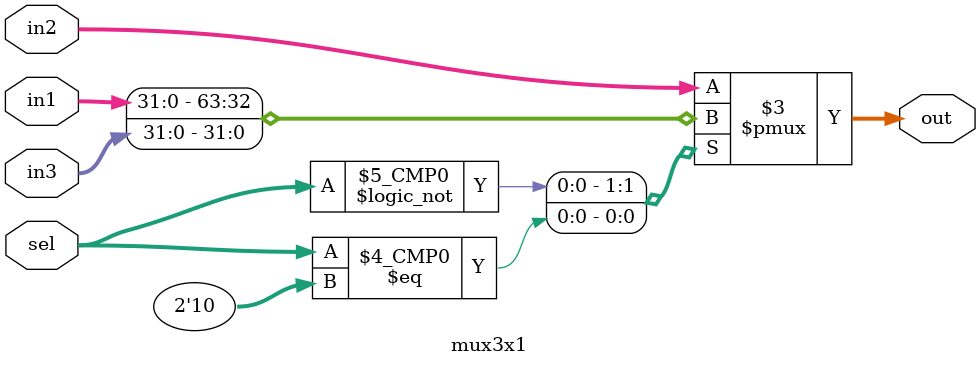
<source format=sv>
module mux3x1(
   input  logic [31:0] in1,
   input  logic [31:0] in2,
   input  logic [31:0] in3,
   input  logic [ 1:0] sel,
   output logic [31:0] out
);
always_comb begin

    case (sel)
        2'b00: out = in1;
        2'b01: out = in2;
        2'b10: out = in3;

        default: out = in2;
    endcase

end
endmodule
</source>
